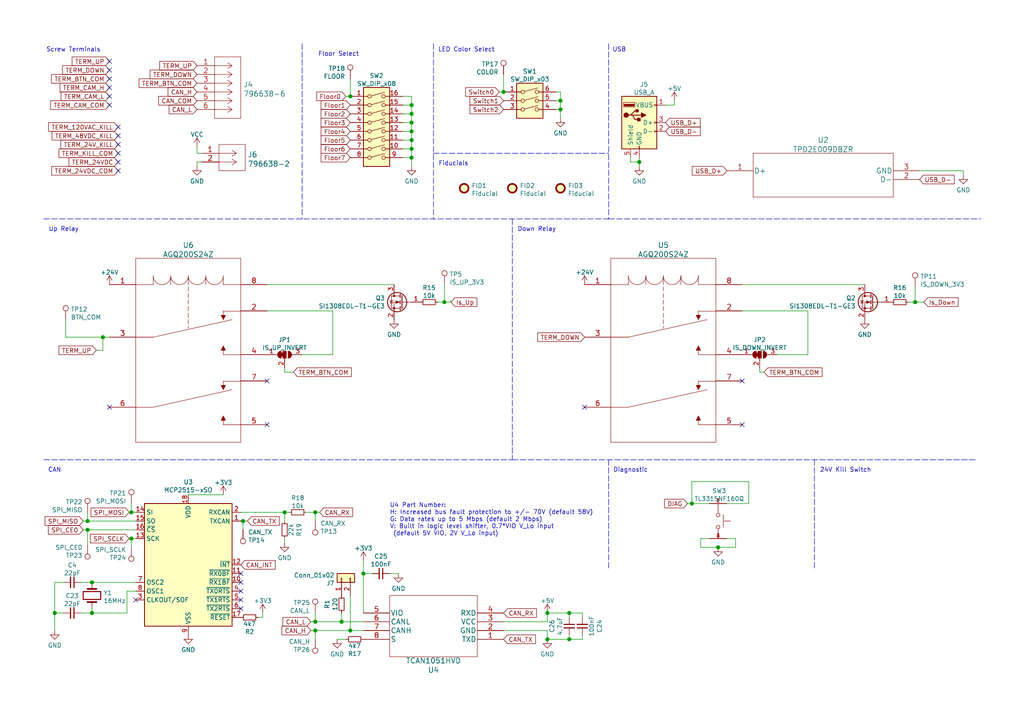
<source format=kicad_sch>
(kicad_sch (version 20210126) (generator eeschema)
  (paper "A4")
  (title_block (title "Voice CCA") (date "2021-05-01") (rev "v1r0") (company "MWS Fabrication"))
  (lib_symbols
    (symbol "796638-2:796638-2" (pin_names (offset 0.254) hide)
      (property "Reference" "J" (at 8.89 6.35 0))
      (property "Value" "796638-2" (at 10.16 0 0))
      (symbol "796638-2_1_1"
        (pin unspecified line (at 0 0 0) (length 5.08) (name "1") (number "1"))
        (pin unspecified line (at 0 -2.54 0) (length 5.08) (name "2") (number "2"))
      )
    )
    (symbol "796638-6:796638-6" (pin_names (offset 0.254) hide)
      (property "Reference" "J" (at 8.89 6.35 0))
      (property "Value" "796638-6" (at 10.16 -5.08 0))
      (symbol "796638-6_1_1"
        (pin unspecified line (at 0 0 0) (length 5.08) (name "1") (number "1"))
        (pin unspecified line (at 0 -2.54 0) (length 5.08) (name "2") (number "2"))
        (pin unspecified line (at 0 -5.08 0) (length 5.08) (name "3") (number "3"))
        (pin unspecified line (at 0 -7.62 0) (length 5.08) (name "4") (number "4"))
        (pin unspecified line (at 0 -10.16 0) (length 5.08) (name "5") (number "5"))
        (pin unspecified line (at 0 -12.7 0) (length 5.08) (name "6") (number "6"))
      )
    )
    (symbol "AGQ200S24Z:AGQ200S24Z" (pin_names (offset -0.254) hide)
      (property "Reference" "U" (at 22.86 12.7 0))
      (property "Value" "AGQ200S24Z" (at 22.86 10.16 0))
      (symbol "AGQ200S24Z_1_1"
        (pin unspecified line (at 0 0 0) (length 7.62) (name "1") (number "1"))
        (pin unspecified line (at 45.72 -7.62 180) (length 7.62) (name "2") (number "2"))
        (pin unspecified line (at 0 -15.24 0) (length 7.62) (name "3") (number "3"))
        (pin unspecified line (at 45.72 -20.32 180) (length 7.62) (name "4") (number "4"))
        (pin unspecified line (at 45.72 -40.64 180) (length 7.62) (name "5") (number "5"))
        (pin unspecified line (at 0 -35.56 0) (length 7.62) (name "6") (number "6"))
        (pin unspecified line (at 45.72 -27.94 180) (length 7.62) (name "7") (number "7"))
        (pin unspecified line (at 45.72 0 180) (length 7.62) (name "8") (number "8"))
      )
    )
    (symbol "Connector:TestPoint" (pin_numbers hide) (pin_names (offset 0.762) hide)
      (property "Reference" "TP" (at 0 6.858 0))
      (property "Value" "TestPoint" (at 0 5.08 0))
      (symbol "TestPoint_1_1"
        (pin passive line (at 0 0 90) (length 2.54) (name "1") (number "1"))
      )
    )
    (symbol "Connector:USB_A" (pin_names (offset 1.016))
      (property "Reference" "J" (at -5.08 11.43 0))
      (property "Value" "USB_A" (at -5.08 8.89 0))
      (symbol "USB_A_1_1"
        (pin power_in line (at 7.62 5.08 180) (length 2.54) (name "VBUS") (number "1"))
        (pin bidirectional line (at 7.62 -2.54 180) (length 2.54) (name "D-") (number "2"))
        (pin bidirectional line (at 7.62 0 180) (length 2.54) (name "D+") (number "3"))
        (pin power_in line (at 0 -10.16 90) (length 2.54) (name "GND") (number "4"))
        (pin passive line (at -2.54 -10.16 90) (length 2.54) (name "Shield") (number "5"))
      )
    )
    (symbol "Connector_Generic:Conn_01x02" (pin_names (offset 1.016) hide)
      (property "Reference" "J" (at 0 2.54 0))
      (property "Value" "Conn_01x02" (at 0 -5.08 0))
      (symbol "Conn_01x02_1_1"
        (pin passive line (at -5.08 0 0) (length 3.81) (name "Pin_1") (number "1"))
        (pin passive line (at -5.08 -2.54 0) (length 3.81) (name "Pin_2") (number "2"))
      )
    )
    (symbol "Device:C_Small" (pin_numbers hide) (pin_names (offset 0.254) hide)
      (property "Reference" "C" (at 0.254 1.778 0))
      (property "Value" "C_Small" (at 0.254 -2.032 0))
      (symbol "C_Small_1_1"
        (pin passive line (at 0 2.54 270) (length 2.032) (name "~") (number "1"))
        (pin passive line (at 0 -2.54 90) (length 2.032) (name "~") (number "2"))
      )
    )
    (symbol "Device:Crystal" (pin_numbers hide) (pin_names (offset 1.016) hide)
      (property "Reference" "Y" (at 0 3.81 0))
      (property "Value" "Crystal" (at 0 -3.81 0))
      (symbol "Crystal_1_1"
        (pin passive line (at -3.81 0 0) (length 1.27) (name "1") (number "1"))
        (pin passive line (at 3.81 0 180) (length 1.27) (name "2") (number "2"))
      )
    )
    (symbol "Device:R_Small" (pin_numbers hide) (pin_names (offset 0.254) hide)
      (property "Reference" "R" (at 0.762 0.508 0))
      (property "Value" "R_Small" (at 0.762 -1.016 0))
      (symbol "R_Small_1_1"
        (pin passive line (at 0 2.54 270) (length 0.762) (name "~") (number "1"))
        (pin passive line (at 0 -2.54 90) (length 0.762) (name "~") (number "2"))
      )
    )
    (symbol "Interface_CAN_LIN:MCP2515-xSO"
      (property "Reference" "U" (at -10.16 19.685 0))
      (property "Value" "MCP2515-xSO" (at 19.05 20.32 0))
      (symbol "MCP2515-xSO_1_1"
        (pin output line (at 15.24 12.7 180) (length 2.54) (name "TXCAN") (number "1"))
        (pin output line (at 15.24 -5.08 180) (length 2.54) (name "~RX1BF") (number "10"))
        (pin output line (at 15.24 -2.54 180) (length 2.54) (name "~RX0BF") (number "11"))
        (pin output line (at 15.24 0 180) (length 2.54) (name "~INT") (number "12"))
        (pin input line (at -15.24 7.62 0) (length 2.54) (name "SCK") (number "13"))
        (pin input line (at -15.24 15.24 0) (length 2.54) (name "SI") (number "14"))
        (pin output line (at -15.24 12.7 0) (length 2.54) (name "SO") (number "15"))
        (pin input line (at -15.24 10.16 0) (length 2.54) (name "~CS") (number "16"))
        (pin input line (at 15.24 -15.24 180) (length 2.54) (name "~RESET") (number "17"))
        (pin power_in line (at 0 20.32 270) (length 2.54) (name "VDD") (number "18"))
        (pin input line (at 15.24 15.24 180) (length 2.54) (name "RXCAN") (number "2"))
        (pin output line (at -15.24 -10.16 0) (length 2.54) (name "CLKOUT/SOF") (number "3"))
        (pin input line (at 15.24 -7.62 180) (length 2.54) (name "~TX0RTS") (number "4"))
        (pin input line (at 15.24 -10.16 180) (length 2.54) (name "~TX1RTS") (number "5"))
        (pin input line (at 15.24 -12.7 180) (length 2.54) (name "~TX2RTS") (number "6"))
        (pin output line (at -15.24 -5.08 0) (length 2.54) (name "OSC2") (number "7"))
        (pin input line (at -15.24 -7.62 0) (length 2.54) (name "OSC1") (number "8"))
        (pin power_in line (at 0 -20.32 90) (length 2.54) (name "VSS") (number "9"))
      )
    )
    (symbol "Jumper:SolderJumper_3_Bridged12" (pin_names (offset 0) hide)
      (property "Reference" "JP" (at -2.54 -2.54 0))
      (property "Value" "SolderJumper_3_Bridged12" (at 0 2.794 0))
      (symbol "SolderJumper_3_Bridged12_1_1"
        (pin passive line (at -5.08 0 0) (length 2.54) (name "A") (number "1"))
        (pin input line (at 0 -3.81 90) (length 2.54) (name "C") (number "2"))
        (pin passive line (at 5.08 0 180) (length 2.54) (name "B") (number "3"))
      )
    )
    (symbol "Mechanical:Fiducial"
      (property "Reference" "FID" (at 0 5.08 0))
      (property "Value" "Fiducial" (at 0 3.175 0))
    )
    (symbol "Switch:SW_DIP_x03" (pin_names (offset 0) hide)
      (property "Reference" "SW" (at 0 8.89 0))
      (property "Value" "SW_DIP_x03" (at 0 -3.81 0))
      (symbol "SW_DIP_x03_1_1"
        (pin passive line (at -7.62 5.08 0) (length 5.08) (name "~") (number "1"))
        (pin passive line (at -7.62 2.54 0) (length 5.08) (name "~") (number "2"))
        (pin passive line (at -7.62 0 0) (length 5.08) (name "~") (number "3"))
        (pin passive line (at 7.62 0 180) (length 5.08) (name "~") (number "4"))
        (pin passive line (at 7.62 2.54 180) (length 5.08) (name "~") (number "5"))
        (pin passive line (at 7.62 5.08 180) (length 5.08) (name "~") (number "6"))
      )
    )
    (symbol "Switch:SW_DIP_x08" (pin_names (offset 0) hide)
      (property "Reference" "SW" (at 0 13.97 0))
      (property "Value" "SW_DIP_x08" (at 0 -11.43 0))
      (symbol "SW_DIP_x08_1_1"
        (pin passive line (at -7.62 10.16 0) (length 5.08) (name "~") (number "1"))
        (pin passive line (at 7.62 -5.08 180) (length 5.08) (name "~") (number "10"))
        (pin passive line (at 7.62 -2.54 180) (length 5.08) (name "~") (number "11"))
        (pin passive line (at 7.62 0 180) (length 5.08) (name "~") (number "12"))
        (pin passive line (at 7.62 2.54 180) (length 5.08) (name "~") (number "13"))
        (pin passive line (at 7.62 5.08 180) (length 5.08) (name "~") (number "14"))
        (pin passive line (at 7.62 7.62 180) (length 5.08) (name "~") (number "15"))
        (pin passive line (at 7.62 10.16 180) (length 5.08) (name "~") (number "16"))
        (pin passive line (at -7.62 7.62 0) (length 5.08) (name "~") (number "2"))
        (pin passive line (at -7.62 5.08 0) (length 5.08) (name "~") (number "3"))
        (pin passive line (at -7.62 2.54 0) (length 5.08) (name "~") (number "4"))
        (pin passive line (at -7.62 0 0) (length 5.08) (name "~") (number "5"))
        (pin passive line (at -7.62 -2.54 0) (length 5.08) (name "~") (number "6"))
        (pin passive line (at -7.62 -5.08 0) (length 5.08) (name "~") (number "7"))
        (pin passive line (at -7.62 -7.62 0) (length 5.08) (name "~") (number "8"))
        (pin passive line (at 7.62 -7.62 180) (length 5.08) (name "~") (number "9"))
      )
    )
    (symbol "TCAN1051:TCAN1051HVD" (pin_names (offset 0.254))
      (property "Reference" "U" (at 20.32 10.16 0))
      (property "Value" "TCAN1051HVD" (at 20.32 7.62 0))
      (symbol "TCAN1051HVD_1_1"
        (pin unspecified line (at 0 0 0) (length 7.62) (name "TXD") (number "1"))
        (pin power_in line (at 0 -2.54 0) (length 7.62) (name "GND") (number "2"))
        (pin power_in line (at 0 -5.08 0) (length 7.62) (name "VCC") (number "3"))
        (pin unspecified line (at 0 -7.62 0) (length 7.62) (name "RXD") (number "4"))
        (pin unspecified line (at 40.64 -7.62 180) (length 7.62) (name "VIO") (number "5"))
        (pin unspecified line (at 40.64 -5.08 180) (length 7.62) (name "CANL") (number "6"))
        (pin unspecified line (at 40.64 -2.54 180) (length 7.62) (name "CANH") (number "7"))
        (pin unspecified line (at 40.64 0 180) (length 7.62) (name "S") (number "8"))
      )
    )
    (symbol "TL3315NF160Q:TL3315NF160Q" (pin_names (offset 1.016))
      (property "Reference" "SW" (at 0 2.54 0))
      (property "Value" "TL3315NF160Q" (at 0 5.08 0))
      (symbol "TL3315NF160Q_1_1"
        (pin unspecified line (at 2.54 0 0) (length 5.08) (name "1") (number "1"))
        (pin unspecified line (at 7.62 0 180) (length 5.08) (name "2") (number "2"))
        (pin unspecified line (at 2.54 -10.16 0) (length 5.08) (name "3") (number "3"))
        (pin unspecified line (at 7.62 -10.16 180) (length 5.08) (name "4") (number "4"))
      )
    )
    (symbol "TPD2E009DBZR:TPD2E009DBZR" (pin_names (offset 0.254))
      (property "Reference" "U" (at 27.94 10.16 0))
      (property "Value" "TPD2E009DBZR" (at 27.94 7.62 0))
      (symbol "TPD2E009DBZR_1_1"
        (pin unspecified line (at 0 0 0) (length 7.62) (name "D+") (number "1"))
        (pin unspecified line (at 55.88 -2.54 180) (length 7.62) (name "D-") (number "2"))
        (pin power_in line (at 55.88 0 180) (length 7.62) (name "GND") (number "3"))
      )
    )
    (symbol "Transistor_FET:ZXM61N03F" (pin_names hide)
      (property "Reference" "Q" (at 5.08 1.905 0))
      (property "Value" "ZXM61N03F" (at 5.08 0 0))
      (symbol "ZXM61N03F_1_1"
        (pin input line (at -5.08 0 0) (length 2.54) (name "G") (number "1"))
        (pin passive line (at 2.54 -5.08 90) (length 2.54) (name "S") (number "2"))
        (pin passive line (at 2.54 5.08 270) (length 2.54) (name "D") (number "3"))
      )
    )
    (symbol "power:+24V" (power) (pin_names (offset 0))
      (property "Value" "+24V" (at 0 3.556 0))
      (symbol "+24V_1_1"
        (pin power_in line (at 0 0 90) (length 0) hide (name "+24V") (number "1"))
      )
    )
    (symbol "power:+3V3" (power) (pin_names (offset 0))
      (property "Value" "+3V3" (at 0 3.556 0))
      (symbol "+3V3_1_1"
        (pin power_in line (at 0 0 90) (length 0) hide (name "+3V3") (number "1"))
      )
    )
    (symbol "power:+5V" (power) (pin_names (offset 0))
      (property "Value" "+5V" (at 0 3.556 0))
      (symbol "+5V_1_1"
        (pin power_in line (at 0 0 90) (length 0) hide (name "+5V") (number "1"))
      )
    )
    (symbol "power:GND" (power) (pin_names (offset 0))
      (property "Value" "GND" (at 0 -3.81 0))
      (symbol "GND_1_1"
        (pin power_in line (at 0 0 270) (length 0) hide (name "GND") (number "1"))
      )
    )
    (symbol "power:VCC" (power) (pin_names (offset 0))
      (property "Value" "VCC" (at 0 3.81 0))
      (symbol "VCC_1_1"
        (pin power_in line (at 0 0 90) (length 0) hide (name "VCC") (number "1"))
      )
    )
  )
  (junction (at 15.875 177.8) (diameter 1.016))
  (junction (at 25.4 151.13) (diameter 1.016))
  (junction (at 25.4 153.67) (diameter 1.016))
  (junction (at 26.67 168.91) (diameter 1.016))
  (junction (at 26.67 177.8) (diameter 1.016))
  (junction (at 29.845 97.79) (diameter 1.016))
  (junction (at 38.1 148.59) (diameter 1.016))
  (junction (at 38.1 156.21) (diameter 1.016))
  (junction (at 70.485 151.13) (diameter 1.016))
  (junction (at 82.55 148.59) (diameter 1.016))
  (junction (at 91.44 148.59) (diameter 1.016))
  (junction (at 91.44 180.34) (diameter 1.016))
  (junction (at 91.44 182.88) (diameter 1.016))
  (junction (at 99.06 180.34) (diameter 1.016))
  (junction (at 101.6 27.94) (diameter 1.016))
  (junction (at 101.6 182.88) (diameter 1.016))
  (junction (at 105.41 166.37) (diameter 1.016))
  (junction (at 119.38 30.48) (diameter 1.016))
  (junction (at 119.38 33.02) (diameter 1.016))
  (junction (at 119.38 35.56) (diameter 1.016))
  (junction (at 119.38 38.1) (diameter 1.016))
  (junction (at 119.38 40.64) (diameter 1.016))
  (junction (at 119.38 43.18) (diameter 1.016))
  (junction (at 119.38 45.72) (diameter 1.016))
  (junction (at 128.905 87.63) (diameter 1.016))
  (junction (at 146.05 26.67) (diameter 1.016))
  (junction (at 158.75 177.8) (diameter 1.016))
  (junction (at 158.75 185.42) (diameter 1.016))
  (junction (at 162.56 29.21) (diameter 1.016))
  (junction (at 162.56 31.75) (diameter 1.016))
  (junction (at 165.1 177.8) (diameter 1.016))
  (junction (at 165.1 185.42) (diameter 1.016))
  (junction (at 185.42 46.99) (diameter 1.016))
  (junction (at 200.66 146.05) (diameter 1.016))
  (junction (at 208.28 158.75) (diameter 1.016))
  (junction (at 265.43 87.63) (diameter 1.016))
  (no_connect (at 31.75 17.78))
  (no_connect (at 31.75 20.32))
  (no_connect (at 31.75 22.86))
  (no_connect (at 31.75 25.4))
  (no_connect (at 31.75 27.94))
  (no_connect (at 31.75 30.48))
  (no_connect (at 31.75 118.11))
  (no_connect (at 34.29 36.83))
  (no_connect (at 34.29 39.37))
  (no_connect (at 34.29 41.91))
  (no_connect (at 34.29 44.45))
  (no_connect (at 34.29 46.99))
  (no_connect (at 34.29 49.53))
  (no_connect (at 39.37 173.99))
  (no_connect (at 69.85 166.37))
  (no_connect (at 69.85 168.91))
  (no_connect (at 69.85 171.45))
  (no_connect (at 69.85 173.99))
  (no_connect (at 69.85 176.53))
  (no_connect (at 77.47 110.49))
  (no_connect (at 77.47 123.19))
  (no_connect (at 169.545 118.11))
  (no_connect (at 215.265 110.49))
  (no_connect (at 215.265 123.19))
  (wire (pts (xy 15.875 168.91) (xy 15.875 177.8)))
  (wire (pts (xy 15.875 177.8) (xy 15.875 182.88)))
  (wire (pts (xy 15.875 177.8) (xy 18.415 177.8)))
  (wire (pts (xy 18.415 168.91) (xy 15.875 168.91)))
  (wire (pts (xy 19.05 92.71) (xy 19.05 97.79)))
  (wire (pts (xy 19.05 97.79) (xy 29.845 97.79)))
  (wire (pts (xy 23.495 168.91) (xy 26.67 168.91)))
  (wire (pts (xy 23.495 177.8) (xy 26.67 177.8)))
  (wire (pts (xy 24.13 151.13) (xy 25.4 151.13)))
  (wire (pts (xy 24.13 153.67) (xy 25.4 153.67)))
  (wire (pts (xy 25.4 148.59) (xy 25.4 151.13)))
  (wire (pts (xy 25.4 151.13) (xy 39.37 151.13)))
  (wire (pts (xy 25.4 153.67) (xy 25.4 158.115)))
  (wire (pts (xy 25.4 153.67) (xy 39.37 153.67)))
  (wire (pts (xy 26.67 168.91) (xy 39.37 168.91)))
  (wire (pts (xy 26.67 176.53) (xy 26.67 177.8)))
  (wire (pts (xy 26.67 177.8) (xy 36.83 177.8)))
  (wire (pts (xy 27.94 101.6) (xy 29.845 101.6)))
  (wire (pts (xy 29.845 97.79) (xy 31.75 97.79)))
  (wire (pts (xy 29.845 101.6) (xy 29.845 97.79)))
  (wire (pts (xy 36.83 171.45) (xy 39.37 171.45)))
  (wire (pts (xy 36.83 177.8) (xy 36.83 171.45)))
  (wire (pts (xy 37.465 148.59) (xy 38.1 148.59)))
  (wire (pts (xy 37.465 156.21) (xy 38.1 156.21)))
  (wire (pts (xy 38.1 146.05) (xy 38.1 148.59)))
  (wire (pts (xy 38.1 148.59) (xy 39.37 148.59)))
  (wire (pts (xy 38.1 156.21) (xy 38.1 158.75)))
  (wire (pts (xy 38.1 156.21) (xy 39.37 156.21)))
  (wire (pts (xy 54.61 143.51) (xy 64.77 143.51)))
  (wire (pts (xy 57.15 44.45) (xy 57.15 42.545)))
  (wire (pts (xy 57.15 46.99) (xy 58.42 46.99)))
  (wire (pts (xy 57.15 48.26) (xy 57.15 46.99)))
  (wire (pts (xy 58.42 44.45) (xy 57.15 44.45)))
  (wire (pts (xy 69.85 148.59) (xy 82.55 148.59)))
  (wire (pts (xy 69.85 151.13) (xy 70.485 151.13)))
  (wire (pts (xy 70.485 151.13) (xy 71.755 151.13)))
  (wire (pts (xy 70.485 153.67) (xy 70.485 151.13)))
  (wire (pts (xy 76.2 177.8) (xy 76.2 179.07)))
  (wire (pts (xy 76.2 179.07) (xy 74.93 179.07)))
  (wire (pts (xy 77.47 82.55) (xy 114.3 82.55)))
  (wire (pts (xy 77.47 90.17) (xy 96.52 90.17)))
  (wire (pts (xy 82.55 107.95) (xy 82.55 106.68)))
  (wire (pts (xy 82.55 148.59) (xy 82.55 151.13)))
  (wire (pts (xy 82.55 148.59) (xy 83.82 148.59)))
  (wire (pts (xy 82.55 156.21) (xy 82.55 157.48)))
  (wire (pts (xy 85.09 107.95) (xy 82.55 107.95)))
  (wire (pts (xy 88.9 148.59) (xy 91.44 148.59)))
  (wire (pts (xy 90.17 180.34) (xy 91.44 180.34)))
  (wire (pts (xy 90.17 182.88) (xy 91.44 182.88)))
  (wire (pts (xy 91.44 148.59) (xy 91.44 151.13)))
  (wire (pts (xy 91.44 148.59) (xy 92.71 148.59)))
  (wire (pts (xy 91.44 177.8) (xy 91.44 180.34)))
  (wire (pts (xy 91.44 180.34) (xy 99.06 180.34)))
  (wire (pts (xy 91.44 182.88) (xy 91.44 185.42)))
  (wire (pts (xy 91.44 182.88) (xy 101.6 182.88)))
  (wire (pts (xy 96.52 90.17) (xy 96.52 102.87)))
  (wire (pts (xy 96.52 102.87) (xy 87.63 102.87)))
  (wire (pts (xy 99.06 180.34) (xy 99.06 177.8)))
  (wire (pts (xy 100.33 27.94) (xy 101.6 27.94)))
  (wire (pts (xy 100.33 185.42) (xy 97.79 185.42)))
  (wire (pts (xy 101.6 22.86) (xy 101.6 27.94)))
  (wire (pts (xy 101.6 182.88) (xy 101.6 172.72)))
  (wire (pts (xy 101.6 182.88) (xy 105.41 182.88)))
  (wire (pts (xy 105.41 162.56) (xy 105.41 166.37)))
  (wire (pts (xy 105.41 166.37) (xy 105.41 177.8)))
  (wire (pts (xy 105.41 166.37) (xy 107.95 166.37)))
  (wire (pts (xy 105.41 180.34) (xy 99.06 180.34)))
  (wire (pts (xy 113.03 166.37) (xy 115.57 166.37)))
  (wire (pts (xy 116.84 27.94) (xy 119.38 27.94)))
  (wire (pts (xy 116.84 30.48) (xy 119.38 30.48)))
  (wire (pts (xy 116.84 33.02) (xy 119.38 33.02)))
  (wire (pts (xy 116.84 35.56) (xy 119.38 35.56)))
  (wire (pts (xy 116.84 38.1) (xy 119.38 38.1)))
  (wire (pts (xy 116.84 40.64) (xy 119.38 40.64)))
  (wire (pts (xy 116.84 43.18) (xy 119.38 43.18)))
  (wire (pts (xy 116.84 45.72) (xy 119.38 45.72)))
  (wire (pts (xy 119.38 30.48) (xy 119.38 27.94)))
  (wire (pts (xy 119.38 33.02) (xy 119.38 30.48)))
  (wire (pts (xy 119.38 35.56) (xy 119.38 33.02)))
  (wire (pts (xy 119.38 38.1) (xy 119.38 35.56)))
  (wire (pts (xy 119.38 40.64) (xy 119.38 38.1)))
  (wire (pts (xy 119.38 43.18) (xy 119.38 40.64)))
  (wire (pts (xy 119.38 45.72) (xy 119.38 43.18)))
  (wire (pts (xy 119.38 48.26) (xy 119.38 45.72)))
  (wire (pts (xy 127 87.63) (xy 128.905 87.63)))
  (wire (pts (xy 128.905 82.55) (xy 128.905 87.63)))
  (wire (pts (xy 128.905 87.63) (xy 130.81 87.63)))
  (wire (pts (xy 130.81 87.63) (xy 130.81 86.995)))
  (wire (pts (xy 144.78 26.67) (xy 146.05 26.67)))
  (wire (pts (xy 146.05 21.59) (xy 146.05 26.67)))
  (wire (pts (xy 146.05 180.34) (xy 158.75 180.34)))
  (wire (pts (xy 146.05 182.88) (xy 158.75 182.88)))
  (wire (pts (xy 158.75 177.8) (xy 158.75 180.34)))
  (wire (pts (xy 158.75 177.8) (xy 165.1 177.8)))
  (wire (pts (xy 158.75 182.88) (xy 158.75 185.42)))
  (wire (pts (xy 161.29 26.67) (xy 162.56 26.67)))
  (wire (pts (xy 161.29 31.75) (xy 162.56 31.75)))
  (wire (pts (xy 162.56 26.67) (xy 162.56 29.21)))
  (wire (pts (xy 162.56 29.21) (xy 161.29 29.21)))
  (wire (pts (xy 162.56 29.21) (xy 162.56 31.75)))
  (wire (pts (xy 162.56 31.75) (xy 162.56 34.29)))
  (wire (pts (xy 165.1 177.8) (xy 165.1 179.07)))
  (wire (pts (xy 165.1 177.8) (xy 168.91 177.8)))
  (wire (pts (xy 165.1 184.15) (xy 165.1 185.42)))
  (wire (pts (xy 165.1 185.42) (xy 158.75 185.42)))
  (wire (pts (xy 168.91 177.8) (xy 168.91 179.07)))
  (wire (pts (xy 168.91 184.15) (xy 168.91 185.42)))
  (wire (pts (xy 168.91 185.42) (xy 165.1 185.42)))
  (wire (pts (xy 182.88 45.72) (xy 182.88 46.99)))
  (wire (pts (xy 182.88 46.99) (xy 185.42 46.99)))
  (wire (pts (xy 185.42 46.99) (xy 185.42 45.72)))
  (wire (pts (xy 185.42 46.99) (xy 185.42 48.26)))
  (wire (pts (xy 193.04 30.48) (xy 195.58 30.48)))
  (wire (pts (xy 195.58 29.21) (xy 195.58 30.48)))
  (wire (pts (xy 199.39 146.05) (xy 200.66 146.05)))
  (wire (pts (xy 200.66 139.7) (xy 200.66 146.05)))
  (wire (pts (xy 200.66 146.05) (xy 205.74 146.05)))
  (wire (pts (xy 203.2 156.21) (xy 203.2 158.75)))
  (wire (pts (xy 203.2 158.75) (xy 208.28 158.75)))
  (wire (pts (xy 205.74 156.21) (xy 203.2 156.21)))
  (wire (pts (xy 208.28 158.75) (xy 213.36 158.75)))
  (wire (pts (xy 210.82 146.05) (xy 217.17 146.05)))
  (wire (pts (xy 210.82 156.21) (xy 213.36 156.21)))
  (wire (pts (xy 213.36 156.21) (xy 213.36 158.75)))
  (wire (pts (xy 215.265 82.55) (xy 250.825 82.55)))
  (wire (pts (xy 215.265 90.17) (xy 234.315 90.17)))
  (wire (pts (xy 217.17 139.7) (xy 200.66 139.7)))
  (wire (pts (xy 217.17 146.05) (xy 217.17 139.7)))
  (wire (pts (xy 220.345 107.95) (xy 220.345 106.68)))
  (wire (pts (xy 221.615 107.95) (xy 220.345 107.95)))
  (wire (pts (xy 234.315 90.17) (xy 234.315 102.87)))
  (wire (pts (xy 234.315 102.87) (xy 225.425 102.87)))
  (wire (pts (xy 263.525 87.63) (xy 265.43 87.63)))
  (wire (pts (xy 265.43 83.185) (xy 265.43 87.63)))
  (wire (pts (xy 265.43 87.63) (xy 267.97 87.63)))
  (wire (pts (xy 266.7 49.53) (xy 279.4 49.53)))
  (wire (pts (xy 279.4 49.53) (xy 279.4 50.8)))
  (polyline (pts (xy 12.7 63.5) (xy 176.53 63.5)) (stroke (width 0) (type dash)))
  (polyline (pts (xy 12.7 133.35) (xy 148.59 133.35)) (stroke (width 0) (type dash)))
  (polyline (pts (xy 87.63 12.7) (xy 87.63 63.5)) (stroke (width 0) (type dash)))
  (polyline (pts (xy 125.73 12.7) (xy 125.73 63.5)) (stroke (width 0) (type dash)))
  (polyline (pts (xy 125.73 44.45) (xy 176.53 44.45)) (stroke (width 0) (type dash)))
  (polyline (pts (xy 148.59 63.5) (xy 148.59 133.35)) (stroke (width 0) (type dash)))
  (polyline (pts (xy 148.59 133.35) (xy 283.21 133.35)) (stroke (width 0) (type dash)))
  (polyline (pts (xy 176.53 12.7) (xy 176.53 63.5)) (stroke (width 0) (type dash)))
  (polyline (pts (xy 176.53 63.5) (xy 284.48 63.5)) (stroke (width 0) (type dash)))
  (polyline (pts (xy 176.53 133.35) (xy 176.53 165.1)) (stroke (width 0) (type dash)))
  (polyline (pts (xy 236.22 133.35) (xy 236.22 165.1)) (stroke (width 0) (type dash)))
  (text "CAN" (at 17.78 137.16 180) (effects (font (size 1.27 1.27)) (justify right bottom)))
  (text "Up Relay" (at 22.86 67.31 180) (effects (font (size 1.27 1.27)) (justify right bottom)))
  (text "Screw Terminals" (at 29.21 15.24 180) (effects (font (size 1.27 1.27)) (justify right bottom)))
  (text "Floor Select" (at 104.14 16.51 180) (effects (font (size 1.27 1.27)) (justify right bottom)))
  (text "U4 Part Number:\nH: Increased bus fault protection to +/- 70V (default 58V)\nG: Data rates up to 5 Mbps (default 2 Mbps)\nV: Built in logic level shifter, 0.7*VIO V_Lo input\n (default 5V VIO, 2V V_Lo input)" (at 113.03 155.575 0) (effects (font (size 1.27 1.27)) (justify left bottom)))
  (text "Fiducials" (at 135.89 48.26 180) (effects (font (size 1.27 1.27)) (justify right bottom)))
  (text "LED Color Select" (at 143.51 15.24 180) (effects (font (size 1.27 1.27)) (justify right bottom)))
  (text "Down Relay" (at 161.29 67.31 180) (effects (font (size 1.27 1.27)) (justify right bottom)))
  (text "USB" (at 181.61 15.24 180) (effects (font (size 1.27 1.27)) (justify right bottom)))
  (text "Diagnostic" (at 187.96 137.16 180) (effects (font (size 1.27 1.27)) (justify right bottom)))
  (text "24V Kill Switch" (at 252.73 137.16 180) (effects (font (size 1.27 1.27)) (justify right bottom)))
  (global_label "SPI_MISO" (shape input) (at 24.13 151.13 180) (property "Intersheet References" "${INTERSHEET_REFS}" (effects hide)))
  (global_label "SPI_CE0" (shape input) (at 24.13 153.67 180) (property "Intersheet References" "${INTERSHEET_REFS}" (effects hide)))
  (global_label "TERM_UP" (shape input) (at 27.94 101.6 180) (property "Intersheet References" "${INTERSHEET_REFS}" (effects hide)))
  (global_label "TERM_UP" (shape input) (at 31.75 17.78 180) (property "Intersheet References" "${INTERSHEET_REFS}" (effects hide)))
  (global_label "TERM_DOWN" (shape input) (at 31.75 20.32 180) (property "Intersheet References" "${INTERSHEET_REFS}" (effects hide)))
  (global_label "TERM_BTN_COM" (shape input) (at 31.75 22.86 180) (property "Intersheet References" "${INTERSHEET_REFS}" (effects hide)))
  (global_label "TERM_CAM_H" (shape input) (at 31.75 25.4 180) (property "Intersheet References" "${INTERSHEET_REFS}" (effects hide)))
  (global_label "TERM_CAM_L" (shape input) (at 31.75 27.94 180) (property "Intersheet References" "${INTERSHEET_REFS}" (effects hide)))
  (global_label "TERM_CAM_COM" (shape input) (at 31.75 30.48 180) (property "Intersheet References" "${INTERSHEET_REFS}" (effects hide)))
  (global_label "TERM_120VAC_KILL" (shape input) (at 34.29 36.83 180) (property "Intersheet References" "${INTERSHEET_REFS}" (effects hide)))
  (global_label "TERM_48VDC_KILL" (shape input) (at 34.29 39.37 180) (property "Intersheet References" "${INTERSHEET_REFS}" (effects hide)))
  (global_label "TERM_24V_KILL" (shape input) (at 34.29 41.91 180) (property "Intersheet References" "${INTERSHEET_REFS}" (effects hide)))
  (global_label "TERM_KILL_COM" (shape input) (at 34.29 44.45 180) (property "Intersheet References" "${INTERSHEET_REFS}" (effects hide)))
  (global_label "TERM_24VDC" (shape input) (at 34.29 46.99 180) (property "Intersheet References" "${INTERSHEET_REFS}" (effects hide)))
  (global_label "TERM_24VDC_COM" (shape input) (at 34.29 49.53 180) (property "Intersheet References" "${INTERSHEET_REFS}" (effects hide)))
  (global_label "SPI_MOSI" (shape input) (at 37.465 148.59 180) (property "Intersheet References" "${INTERSHEET_REFS}" (effects hide)))
  (global_label "SPI_SCLK" (shape input) (at 37.465 156.21 180) (property "Intersheet References" "${INTERSHEET_REFS}" (effects hide)))
  (global_label "TERM_UP" (shape input) (at 57.15 19.05 180) (property "Intersheet References" "${INTERSHEET_REFS}" (effects hide)))
  (global_label "TERM_DOWN" (shape input) (at 57.15 21.59 180) (property "Intersheet References" "${INTERSHEET_REFS}" (effects hide)))
  (global_label "TERM_BTN_COM" (shape input) (at 57.15 24.13 180) (property "Intersheet References" "${INTERSHEET_REFS}" (effects hide)))
  (global_label "CAN_H" (shape input) (at 57.15 26.67 180) (property "Intersheet References" "${INTERSHEET_REFS}" (effects hide)))
  (global_label "CAN_COM" (shape input) (at 57.15 29.21 180) (property "Intersheet References" "${INTERSHEET_REFS}" (effects hide)))
  (global_label "CAN_L" (shape input) (at 57.15 31.75 180) (property "Intersheet References" "${INTERSHEET_REFS}" (effects hide)))
  (global_label "CAN_INT" (shape input) (at 69.85 163.83 0) (property "Intersheet References" "${INTERSHEET_REFS}" (effects hide)))
  (global_label "CAN_TX" (shape input) (at 71.755 151.13 0) (property "Intersheet References" "${INTERSHEET_REFS}" (effects hide)))
  (global_label "TERM_BTN_COM" (shape input) (at 85.09 107.95 0) (property "Intersheet References" "${INTERSHEET_REFS}" (effects hide)))
  (global_label "CAN_L" (shape input) (at 90.17 180.34 180) (property "Intersheet References" "${INTERSHEET_REFS}" (effects hide)))
  (global_label "CAN_H" (shape input) (at 90.17 182.88 180) (property "Intersheet References" "${INTERSHEET_REFS}" (effects hide)))
  (global_label "CAN_RX" (shape input) (at 92.71 148.59 0) (property "Intersheet References" "${INTERSHEET_REFS}" (effects hide)))
  (global_label "Floor0" (shape input) (at 100.33 27.94 180) (property "Intersheet References" "${INTERSHEET_REFS}" (effects hide)))
  (global_label "Floor1" (shape input) (at 101.6 30.48 180) (property "Intersheet References" "${INTERSHEET_REFS}" (effects hide)))
  (global_label "Floor2" (shape input) (at 101.6 33.02 180) (property "Intersheet References" "${INTERSHEET_REFS}" (effects hide)))
  (global_label "Floor3" (shape input) (at 101.6 35.56 180) (property "Intersheet References" "${INTERSHEET_REFS}" (effects hide)))
  (global_label "Floor4" (shape input) (at 101.6 38.1 180) (property "Intersheet References" "${INTERSHEET_REFS}" (effects hide)))
  (global_label "Floor5" (shape input) (at 101.6 40.64 180) (property "Intersheet References" "${INTERSHEET_REFS}" (effects hide)))
  (global_label "Floor6" (shape input) (at 101.6 43.18 180) (property "Intersheet References" "${INTERSHEET_REFS}" (effects hide)))
  (global_label "Floor7" (shape input) (at 101.6 45.72 180) (property "Intersheet References" "${INTERSHEET_REFS}" (effects hide)))
  (global_label "Is_Up" (shape input) (at 130.81 87.63 0) (property "Intersheet References" "${INTERSHEET_REFS}" (effects hide)))
  (global_label "Switch0" (shape input) (at 144.78 26.67 180) (property "Intersheet References" "${INTERSHEET_REFS}" (effects hide)))
  (global_label "Switch1" (shape input) (at 146.05 29.21 180) (property "Intersheet References" "${INTERSHEET_REFS}" (effects hide)))
  (global_label "Switch2" (shape input) (at 146.05 31.75 180) (property "Intersheet References" "${INTERSHEET_REFS}" (effects hide)))
  (global_label "CAN_RX" (shape input) (at 146.05 177.8 0) (property "Intersheet References" "${INTERSHEET_REFS}" (effects hide)))
  (global_label "CAN_TX" (shape input) (at 146.05 185.42 0) (property "Intersheet References" "${INTERSHEET_REFS}" (effects hide)))
  (global_label "TERM_DOWN" (shape input) (at 169.545 97.79 180) (property "Intersheet References" "${INTERSHEET_REFS}" (effects hide)))
  (global_label "USB_D+" (shape input) (at 193.04 35.56 0) (property "Intersheet References" "${INTERSHEET_REFS}" (effects hide)))
  (global_label "USB_D-" (shape input) (at 193.04 38.1 0) (property "Intersheet References" "${INTERSHEET_REFS}" (effects hide)))
  (global_label "DIAG" (shape input) (at 199.39 146.05 180) (property "Intersheet References" "${INTERSHEET_REFS}" (effects hide)))
  (global_label "USB_D+" (shape input) (at 210.82 49.53 180) (property "Intersheet References" "${INTERSHEET_REFS}" (effects hide)))
  (global_label "TERM_BTN_COM" (shape input) (at 221.615 107.95 0) (property "Intersheet References" "${INTERSHEET_REFS}" (effects hide)))
  (global_label "USB_D-" (shape input) (at 266.7 52.07 0) (property "Intersheet References" "${INTERSHEET_REFS}" (effects hide)))
  (global_label "Is_Down" (shape input) (at 267.97 87.63 0) (property "Intersheet References" "${INTERSHEET_REFS}" (effects hide)))
  (symbol (lib_id "power:+24V") (at 31.75 82.55 0) (unit 1)
    (property "Reference" "#PWR0114" (effects hide))
    (property "Value" "+24V" (at 31.75 79.0026 0))
  )
  (symbol (lib_id "power:VCC") (at 57.15 42.545 0) (unit 1)
    (property "Reference" "#PWR0112" (effects hide))
    (property "Value" "VCC" (at 57.15 38.9976 0))
  )
  (symbol (lib_id "power:+3V3") (at 64.77 143.51 0) (unit 1)
    (property "Reference" "#PWR0127" (effects hide))
    (property "Value" "+3V3" (at 64.77 139.9626 0))
  )
  (symbol (lib_id "power:+3V3") (at 76.2 177.8 0) (unit 1)
    (property "Reference" "#PWR0124" (effects hide))
    (property "Value" "+3V3" (at 76.2 174.2526 0))
  )
  (symbol (lib_id "power:+3V3") (at 105.41 162.56 0) (unit 1)
    (property "Reference" "#PWR0122" (effects hide))
    (property "Value" "+3V3" (at 105.41 159.0126 0))
  )
  (symbol (lib_id "power:+5V") (at 158.75 177.8 0) (unit 1)
    (property "Reference" "#PWR0121" (effects hide))
    (property "Value" "+5V" (at 158.75 174.2526 0))
  )
  (symbol (lib_id "power:+24V") (at 169.545 82.55 0) (unit 1)
    (property "Reference" "#PWR0111" (effects hide))
    (property "Value" "+24V" (at 169.545 79.0026 0))
  )
  (symbol (lib_id "power:+5V") (at 195.58 29.21 0) (unit 1)
    (property "Reference" "#PWR0116" (effects hide))
    (property "Value" "+5V" (at 195.58 25.6626 0))
  )
  (symbol (lib_id "Connector:TestPoint") (at 19.05 92.71 0) (unit 1)
    (property "Reference" "TP12" (at 20.5232 89.7128 0) (effects (justify left)))
    (property "Value" "BTN_COM" (at 20.5232 92.0242 0) (effects (justify left)))
    (property "Footprint" "TestPoint:TestPoint_Pad_2.0x2.0mm" (effects hide))
    (property "Field4" "nf" (effects hide))
    (property "Field5" "nf" (effects hide))
    (property "Field6" "nf" (effects hide))
    (property "Field7" "nf" (effects hide))
  )
  (symbol (lib_id "Connector:TestPoint") (at 25.4 148.59 0) (mirror y) (unit 1)
    (property "Reference" "TP22" (at 23.9268 145.5928 0) (effects (justify left)))
    (property "Value" "SPI_MISO" (at 23.9268 147.9042 0) (effects (justify left)))
    (property "Footprint" "TestPoint:TestPoint_Pad_2.0x2.0mm" (effects hide))
    (property "Field4" "nf" (effects hide))
    (property "Field5" "nf" (effects hide))
    (property "Field6" "nf" (effects hide))
    (property "Field7" "nf" (effects hide))
  )
  (symbol (lib_id "Connector:TestPoint") (at 25.4 158.115 180) (unit 1)
    (property "Reference" "TP23" (at 23.9268 161.1122 0) (effects (justify left)))
    (property "Value" "SPI_CE0" (at 23.9268 158.8008 0) (effects (justify left)))
    (property "Footprint" "TestPoint:TestPoint_Pad_2.0x2.0mm" (effects hide))
    (property "Field4" "nf" (effects hide))
    (property "Field5" "nf" (effects hide))
    (property "Field6" "nf" (effects hide))
    (property "Field7" "nf" (effects hide))
  )
  (symbol (lib_id "Connector:TestPoint") (at 38.1 146.05 0) (mirror y) (unit 1)
    (property "Reference" "TP21" (at 36.6268 143.0528 0) (effects (justify left)))
    (property "Value" "SPI_MOSI" (at 36.6268 145.3642 0) (effects (justify left)))
    (property "Footprint" "TestPoint:TestPoint_Pad_2.0x2.0mm" (effects hide))
    (property "Field4" "nf" (effects hide))
    (property "Field5" "nf" (effects hide))
    (property "Field6" "nf" (effects hide))
    (property "Field7" "nf" (effects hide))
  )
  (symbol (lib_id "Connector:TestPoint") (at 38.1 158.75 180) (unit 1)
    (property "Reference" "TP24" (at 36.6268 161.7472 0) (effects (justify left)))
    (property "Value" "SPI_SCLK" (at 36.6268 159.4358 0) (effects (justify left)))
    (property "Footprint" "TestPoint:TestPoint_Pad_2.0x2.0mm" (effects hide))
    (property "Field4" "nf" (effects hide))
    (property "Field5" "nf" (effects hide))
    (property "Field6" "nf" (effects hide))
    (property "Field7" "nf" (effects hide))
  )
  (symbol (lib_id "Connector:TestPoint") (at 70.485 153.67 0) (mirror x) (unit 1)
    (property "Reference" "TP14" (at 71.9582 156.6672 0) (effects (justify left)))
    (property "Value" "CAN_TX" (at 71.9582 154.3558 0) (effects (justify left)))
    (property "Footprint" "TestPoint:TestPoint_Pad_2.0x2.0mm" (effects hide))
    (property "Field4" "nf" (effects hide))
    (property "Field5" "nf" (effects hide))
    (property "Field6" "nf" (effects hide))
    (property "Field7" "nf" (effects hide))
  )
  (symbol (lib_id "Connector:TestPoint") (at 91.44 151.13 0) (mirror x) (unit 1)
    (property "Reference" "TP13" (at 92.9132 154.1272 0) (effects (justify left)))
    (property "Value" "CAN_RX" (at 92.9132 151.8158 0) (effects (justify left)))
    (property "Footprint" "TestPoint:TestPoint_Pad_2.0x2.0mm" (effects hide))
    (property "Field4" "nf" (effects hide))
    (property "Field5" "nf" (effects hide))
    (property "Field6" "nf" (effects hide))
    (property "Field7" "nf" (effects hide))
  )
  (symbol (lib_id "Connector:TestPoint") (at 91.44 177.8 0) (mirror y) (unit 1)
    (property "Reference" "TP25" (at 89.9668 174.8028 0) (effects (justify left)))
    (property "Value" "CAN_L" (at 89.9668 177.1142 0) (effects (justify left)))
    (property "Footprint" "TestPoint:TestPoint_Pad_2.0x2.0mm" (effects hide))
    (property "Field4" "nf" (effects hide))
    (property "Field5" "nf" (effects hide))
    (property "Field6" "nf" (effects hide))
    (property "Field7" "nf" (effects hide))
  )
  (symbol (lib_id "Connector:TestPoint") (at 91.44 185.42 180) (unit 1)
    (property "Reference" "TP26" (at 89.9668 188.4172 0) (effects (justify left)))
    (property "Value" "CAN_H" (at 89.9668 186.1058 0) (effects (justify left)))
    (property "Footprint" "TestPoint:TestPoint_Pad_2.0x2.0mm" (effects hide))
    (property "Field4" "nf" (effects hide))
    (property "Field5" "nf" (effects hide))
    (property "Field6" "nf" (effects hide))
    (property "Field7" "nf" (effects hide))
  )
  (symbol (lib_id "Connector:TestPoint") (at 101.6 22.86 0) (mirror y) (unit 1)
    (property "Reference" "TP18" (at 100.1268 19.8628 0) (effects (justify left)))
    (property "Value" "FLOOR" (at 100.1268 22.1742 0) (effects (justify left)))
    (property "Footprint" "TestPoint:TestPoint_Pad_2.0x2.0mm" (effects hide))
    (property "Field4" "nf" (effects hide))
    (property "Field5" "nf" (effects hide))
    (property "Field6" "nf" (effects hide))
    (property "Field7" "nf" (effects hide))
  )
  (symbol (lib_id "Connector:TestPoint") (at 128.905 82.55 0) (unit 1)
    (property "Reference" "TP5" (at 130.3782 79.5528 0) (effects (justify left)))
    (property "Value" "IS_UP_3V3" (at 130.3782 81.8642 0) (effects (justify left)))
    (property "Footprint" "TestPoint:TestPoint_Pad_2.0x2.0mm" (effects hide))
    (property "Field4" "nf" (effects hide))
    (property "Field5" "nf" (effects hide))
    (property "Field6" "nf" (effects hide))
    (property "Field7" "nf" (effects hide))
  )
  (symbol (lib_id "Connector:TestPoint") (at 146.05 21.59 0) (mirror y) (unit 1)
    (property "Reference" "TP17" (at 144.5768 18.5928 0) (effects (justify left)))
    (property "Value" "COLOR" (at 144.5768 20.9042 0) (effects (justify left)))
    (property "Footprint" "TestPoint:TestPoint_Pad_2.0x2.0mm" (effects hide))
    (property "Field4" "nf" (effects hide))
    (property "Field5" "nf" (effects hide))
    (property "Field6" "nf" (effects hide))
    (property "Field7" "nf" (effects hide))
  )
  (symbol (lib_id "Connector:TestPoint") (at 265.43 83.185 0) (unit 1)
    (property "Reference" "TP11" (at 266.9032 80.1878 0) (effects (justify left)))
    (property "Value" "IS_DOWN_3V3" (at 266.9032 82.4992 0) (effects (justify left)))
    (property "Footprint" "TestPoint:TestPoint_Pad_2.0x2.0mm" (effects hide))
    (property "Field4" "nf" (effects hide))
    (property "Field5" "nf" (effects hide))
    (property "Field6" "nf" (effects hide))
    (property "Field7" "nf" (effects hide))
  )
  (symbol (lib_id "power:GND") (at 15.875 182.88 0) (unit 1)
    (property "Reference" "#PWR0126" (effects hide))
    (property "Value" "GND" (at 15.875 187.2044 0))
  )
  (symbol (lib_id "power:GND") (at 54.61 184.15 0) (unit 1)
    (property "Reference" "#PWR0125" (effects hide))
    (property "Value" "GND" (at 54.61 188.4744 0))
  )
  (symbol (lib_id "power:GND") (at 57.15 48.26 0) (unit 1)
    (property "Reference" "#PWR0113" (effects hide))
    (property "Value" "GND" (at 57.15 52.5844 0))
  )
  (symbol (lib_id "power:GND") (at 82.55 157.48 0) (unit 1)
    (property "Reference" "#PWR0128" (effects hide))
    (property "Value" "GND" (at 82.55 161.8044 0))
  )
  (symbol (lib_id "power:GND") (at 97.79 185.42 0) (unit 1)
    (property "Reference" "#PWR0123" (effects hide))
    (property "Value" "GND" (at 97.79 189.7444 0))
  )
  (symbol (lib_id "power:GND") (at 114.3 92.71 0) (unit 1)
    (property "Reference" "#PWR025" (effects hide))
    (property "Value" "GND" (at 114.3 97.0344 0))
  )
  (symbol (lib_id "power:GND") (at 115.57 166.37 0) (unit 1)
    (property "Reference" "#PWR013" (effects hide))
    (property "Value" "GND" (at 115.57 170.6944 0))
  )
  (symbol (lib_id "power:GND") (at 119.38 48.26 0) (unit 1)
    (property "Reference" "#PWR0120" (effects hide))
    (property "Value" "GND" (at 119.38 52.5844 0))
  )
  (symbol (lib_id "power:GND") (at 158.75 185.42 0) (unit 1)
    (property "Reference" "#PWR0119" (effects hide))
    (property "Value" "GND" (at 158.75 189.7444 0))
  )
  (symbol (lib_id "power:GND") (at 162.56 34.29 0) (unit 1)
    (property "Reference" "#PWR0105" (effects hide))
    (property "Value" "GND" (at 162.56 38.6144 0))
  )
  (symbol (lib_id "power:GND") (at 185.42 48.26 0) (unit 1)
    (property "Reference" "#PWR0115" (effects hide))
    (property "Value" "GND" (at 185.42 52.5844 0))
  )
  (symbol (lib_id "power:GND") (at 208.28 158.75 0) (unit 1)
    (property "Reference" "#PWR0131" (effects hide))
    (property "Value" "GND" (at 208.28 163.0744 0))
  )
  (symbol (lib_id "power:GND") (at 250.825 92.71 0) (unit 1)
    (property "Reference" "#PWR024" (effects hide))
    (property "Value" "GND" (at 250.825 97.0344 0))
  )
  (symbol (lib_id "power:GND") (at 279.4 50.8 0) (unit 1)
    (property "Reference" "#PWR0118" (effects hide))
    (property "Value" "GND" (at 279.4 55.1244 0))
  )
  (symbol (lib_id "Mechanical:Fiducial") (at 134.62 54.61 0) (unit 1)
    (property "Reference" "FID1" (at 136.7791 53.8491 0) (effects (justify left)))
    (property "Value" "Fiducial" (at 136.7791 56.1478 0) (effects (justify left)))
    (property "Footprint" "Fiducial:Fiducial_1mm_Mask3mm" (effects hide))
  )
  (symbol (lib_id "Mechanical:Fiducial") (at 148.59 54.61 0) (unit 1)
    (property "Reference" "FID2" (at 150.7491 53.8491 0) (effects (justify left)))
    (property "Value" "Fiducial" (at 150.7491 56.1478 0) (effects (justify left)))
    (property "Footprint" "Fiducial:Fiducial_1mm_Mask3mm" (effects hide))
  )
  (symbol (lib_id "Mechanical:Fiducial") (at 162.56 54.61 0) (unit 1)
    (property "Reference" "FID3" (at 164.7191 53.8491 0) (effects (justify left)))
    (property "Value" "Fiducial" (at 164.7191 56.1478 0) (effects (justify left)))
    (property "Footprint" "Fiducial:Fiducial_1mm_Mask3mm" (effects hide))
  )
  (symbol (lib_id "Device:R_Small") (at 72.39 179.07 270) (unit 1)
    (property "Reference" "R2" (at 72.39 183.2398 90))
    (property "Value" "4k7" (at 72.39 180.9411 90))
    (property "Footprint" "Resistor_SMD:R_0805_2012Metric" (effects hide))
  )
  (symbol (lib_id "Device:R_Small") (at 82.55 153.67 0) (unit 1)
    (property "Reference" "R19" (at 86.7198 153.67 90))
    (property "Value" "22k" (at 84.4211 153.67 90))
    (property "Footprint" "Resistor_SMD:R_0805_2012Metric" (effects hide))
  )
  (symbol (lib_id "Device:R_Small") (at 86.36 148.59 90) (unit 1)
    (property "Reference" "R18" (at 86.36 144.4202 90))
    (property "Value" "10k" (at 86.36 146.7189 90))
    (property "Footprint" "Resistor_SMD:R_0805_2012Metric" (effects hide))
  )
  (symbol (lib_id "Device:R_Small") (at 99.06 175.26 180) (unit 1)
    (property "Reference" "R1" (at 94.8902 175.26 90))
    (property "Value" "120" (at 97.1889 175.26 90))
    (property "Footprint" "Resistor_SMD:R_0805_2012Metric" (effects hide))
  )
  (symbol (lib_id "Device:R_Small") (at 102.87 185.42 270) (unit 1)
    (property "Reference" "R17" (at 102.87 189.5898 90))
    (property "Value" "4k7" (at 102.87 187.2911 90))
    (property "Footprint" "Resistor_SMD:R_0805_2012Metric" (effects hide))
  )
  (symbol (lib_id "Device:R_Small") (at 124.46 87.63 90) (unit 1)
    (property "Reference" "R15" (at 124.46 83.4602 90))
    (property "Value" "10k" (at 124.46 85.7589 90))
    (property "Footprint" "Resistor_SMD:R_0805_2012Metric" (effects hide))
  )
  (symbol (lib_id "Device:R_Small") (at 260.985 87.63 90) (unit 1)
    (property "Reference" "R16" (at 260.985 83.4602 90))
    (property "Value" "10k" (at 260.985 85.7589 90))
    (property "Footprint" "Resistor_SMD:R_0805_2012Metric" (effects hide))
  )
  (symbol (lib_id "Device:C_Small") (at 20.955 168.91 270) (unit 1)
    (property "Reference" "C4" (at 20.955 163.9147 90))
    (property "Value" "22pF" (at 20.955 166.2134 90))
    (property "Footprint" "Capacitor_SMD:C_0805_2012Metric" (effects hide))
  )
  (symbol (lib_id "Device:C_Small") (at 20.955 177.8 270) (unit 1)
    (property "Reference" "C23" (at 20.955 172.8047 90))
    (property "Value" "22pF" (at 20.955 175.1034 90))
    (property "Footprint" "Capacitor_SMD:C_0805_2012Metric" (effects hide))
  )
  (symbol (lib_id "Device:C_Small") (at 110.49 166.37 270) (unit 1)
    (property "Reference" "C25" (at 110.49 161.3747 90))
    (property "Value" "100nF" (at 110.49 163.6734 90))
    (property "Footprint" "Capacitor_SMD:C_0805_2012Metric" (effects hide))
  )
  (symbol (lib_id "Device:C_Small") (at 165.1 181.61 0) (unit 1)
    (property "Reference" "C26" (at 160.1047 181.61 90))
    (property "Value" "4.7uF" (at 162.4034 181.61 90))
    (property "Footprint" "Capacitor_SMD:C_0805_2012Metric" (effects hide))
  )
  (symbol (lib_id "Device:C_Small") (at 168.91 181.61 180) (unit 1)
    (property "Reference" "C24" (at 173.9053 181.61 90))
    (property "Value" "100nF" (at 171.6066 181.61 90))
    (property "Footprint" "Capacitor_SMD:C_0805_2012Metric" (effects hide))
  )
  (symbol (lib_id "Connector_Generic:Conn_01x02") (at 99.06 167.64 90) (unit 1)
    (property "Reference" "J7" (at 97.0279 169.1629 90) (effects (justify left)))
    (property "Value" "Conn_01x02" (at 97.0279 166.8642 90) (effects (justify left)))
    (property "Footprint" "TSM-102-01-T-SV:SAMTEC-TSM-102-01-X-SV" (effects hide))
  )
  (symbol (lib_id "Device:Crystal") (at 26.67 172.72 90) (unit 1)
    (property "Reference" "Y1" (at 29.9975 171.9591 90) (effects (justify right)))
    (property "Value" "16MHz" (at 29.9975 174.2578 90) (effects (justify right)))
    (property "Footprint" "ECS-160-20-3X-TR:XTAL_ECS-160-20-3X-TR" (effects hide))
  )
  (symbol (lib_id "Jumper:SolderJumper_3_Bridged12") (at 82.55 102.87 0) (unit 1)
    (property "Reference" "JP1" (at 82.55 98.5478 0))
    (property "Value" "IS_UP_INVERT" (at 82.55 100.8465 0))
    (property "Footprint" "Jumper:SolderJumper-3_P1.3mm_Bridged12_RoundedPad1.0x1.5mm_NumberLabels" (effects hide))
  )
  (symbol (lib_id "Jumper:SolderJumper_3_Bridged12") (at 220.345 102.87 0) (unit 1)
    (property "Reference" "JP2" (at 220.345 98.5478 0))
    (property "Value" "IS_DOWN_INVERT" (at 220.345 100.8465 0))
    (property "Footprint" "Jumper:SolderJumper-3_P1.3mm_Bridged12_RoundedPad1.0x1.5mm_NumberLabels" (effects hide))
  )
  (symbol (lib_id "TL3315NF160Q:TL3315NF160Q") (at 203.2 146.05 0) (unit 1)
    (property "Reference" "SW3" (at 208.5975 142.3628 0))
    (property "Value" "TL3315NF160Q" (at 208.5975 144.6615 0))
    (property "Footprint" "TL3315NF160Q:E-Switch-TL3315NF160Q-0" (effects hide))
    (property "Datasheet" "http://media.digikey.com/pdf/Data%20Sheets/E-Switch%20PDFs/TL3315.pdf" (effects hide))
    (property "category" "Switch" (effects hide))
    (property "digikey description" "SWITCH TACTILE SPST-NO 0.05A 15V" (effects hide))
    (property "digikey part number" "EG4621CT-ND" (effects hide))
    (property "lead free" "yes" (effects hide))
    (property "library id" "df928b2ac16b57b6" (effects hide))
    (property "manufacturer" "E-Switch" (effects hide))
    (property "mouser part number" "612-TL3315NF160Q" (effects hide))
    (property "package" "SW_SMT_4MM5_4MM5" (effects hide))
    (property "rohs" "yes" (effects hide))
    (property "temperature range high" "+70°C" (effects hide))
    (property "temperature range low" "-20°C" (effects hide))
  )
  (symbol (lib_id "796638-2:796638-2") (at 58.42 44.45 0) (unit 1)
    (property "Reference" "J6" (at 71.8185 44.8324 0) (effects (font (size 1.524 1.524)) (justify left)))
    (property "Value" "796638-2" (at 71.8185 47.54 0) (effects (font (size 1.524 1.524)) (justify left)))
    (property "Footprint" "796638-2:796638-2" (effects hide))
  )
  (symbol (lib_id "Transistor_FET:ZXM61N03F") (at 116.84 87.63 0) (mirror y) (unit 1)
    (property "Reference" "Q3" (at 111.6584 86.4616 0) (effects (justify left)))
    (property "Value" "SI1308EDL-T1-GE3" (at 111.6584 88.773 0) (effects (justify left)))
    (property "Footprint" "Package_TO_SOT_SMD:SOT-323_SC-70" (effects hide))
    (property "Datasheet" "http://www.diodes.com/assets/Datasheets/ZXM61N03F.pdf" (effects hide))
  )
  (symbol (lib_id "Transistor_FET:ZXM61N03F") (at 253.365 87.63 0) (mirror y) (unit 1)
    (property "Reference" "Q2" (at 248.1834 86.4616 0) (effects (justify left)))
    (property "Value" "SI1308EDL-T1-GE3" (at 248.1834 88.773 0) (effects (justify left)))
    (property "Footprint" "Package_TO_SOT_SMD:SOT-323_SC-70" (effects hide))
    (property "Datasheet" "http://www.diodes.com/assets/Datasheets/ZXM61N03F.pdf" (effects hide))
  )
  (symbol (lib_id "Switch:SW_DIP_x03") (at 153.67 31.75 0) (unit 1)
    (property "Reference" "SW1" (at 153.67 20.6968 0))
    (property "Value" "SW_DIP_x03" (at 153.67 22.9955 0))
    (property "Footprint" "Button_Switch_SMD:SW_DIP_SPSTx03_Slide_9.78x9.8mm_W8.61mm_P2.54mm" (effects hide))
  )
  (symbol (lib_id "796638-6:796638-6") (at 57.15 19.05 0) (unit 1)
    (property "Reference" "J4" (at 70.5485 24.5124 0) (effects (font (size 1.524 1.524)) (justify left)))
    (property "Value" "796638-6" (at 70.5485 27.22 0) (effects (font (size 1.524 1.524)) (justify left)))
    (property "Footprint" "796638-6:796638-6" (effects hide))
  )
  (symbol (lib_id "Connector:USB_A") (at 185.42 35.56 0) (unit 1)
    (property "Reference" "J5" (at 186.817 24.5068 0))
    (property "Value" "USB_A" (at 186.817 26.8055 0))
    (property "Footprint" "67643-3910:USB_A_Molex_67643_Horizontal" (effects hide))
    (property "Datasheet" " ~" (effects hide))
  )
  (symbol (lib_id "Switch:SW_DIP_x08") (at 109.22 38.1 0) (unit 1)
    (property "Reference" "SW2" (at 109.22 21.9668 0))
    (property "Value" "SW_DIP_x08" (at 109.22 24.2655 0))
    (property "Footprint" "Button_Switch_SMD:SW_DIP_SPSTx08_Slide_9.78x22.5mm_W8.61mm_P2.54mm" (effects hide))
  )
  (symbol (lib_id "TPD2E009DBZR:TPD2E009DBZR") (at 210.82 49.53 0) (unit 1)
    (property "Reference" "U2" (at 238.76 40.6224 0) (effects (font (size 1.524 1.524))))
    (property "Value" "TPD2E009DBZR" (at 238.76 43.33 0) (effects (font (size 1.524 1.524))))
    (property "Footprint" "TPD2E009DBZR:TPD2E009DBZR" (effects hide))
  )
  (symbol (lib_id "TCAN1051:TCAN1051HVD") (at 146.05 185.42 180) (unit 1)
    (property "Reference" "U4" (at 125.73 194.3276 0) (effects (font (size 1.524 1.524))))
    (property "Value" "TCAN1051HVD" (at 125.73 191.62 0) (effects (font (size 1.524 1.524))))
    (property "Footprint" "TCAN1051:TCAN1051HVD" (effects hide))
  )
  (symbol (lib_id "Interface_CAN_LIN:MCP2515-xSO") (at 54.61 163.83 0) (unit 1)
    (property "Reference" "U3" (at 54.61 139.8228 0))
    (property "Value" "MCP2515-xSO" (at 54.61 142.1215 0))
    (property "Footprint" "Package_SO:SOIC-18W_7.5x11.6mm_P1.27mm" (effects hide))
    (property "Datasheet" "http://ww1.microchip.com/downloads/en/DeviceDoc/21801e.pdf" (effects hide))
  )
  (symbol (lib_id "AGQ200S24Z:AGQ200S24Z") (at 31.75 82.55 0) (unit 1)
    (property "Reference" "U6" (at 54.61 71.1024 0) (effects (font (size 1.524 1.524))))
    (property "Value" "AGQ200S24Z" (at 54.61 73.81 0) (effects (font (size 1.524 1.524))))
    (property "Footprint" "AGQ200S24Z:AGQ200S24Z" (effects hide))
  )
  (symbol (lib_id "AGQ200S24Z:AGQ200S24Z") (at 169.545 82.55 0) (unit 1)
    (property "Reference" "U5" (at 192.405 71.1024 0) (effects (font (size 1.524 1.524))))
    (property "Value" "AGQ200S24Z" (at 192.405 73.81 0) (effects (font (size 1.524 1.524))))
    (property "Footprint" "AGQ200S24Z:AGQ200S24Z" (effects hide))
  )
)
</source>
